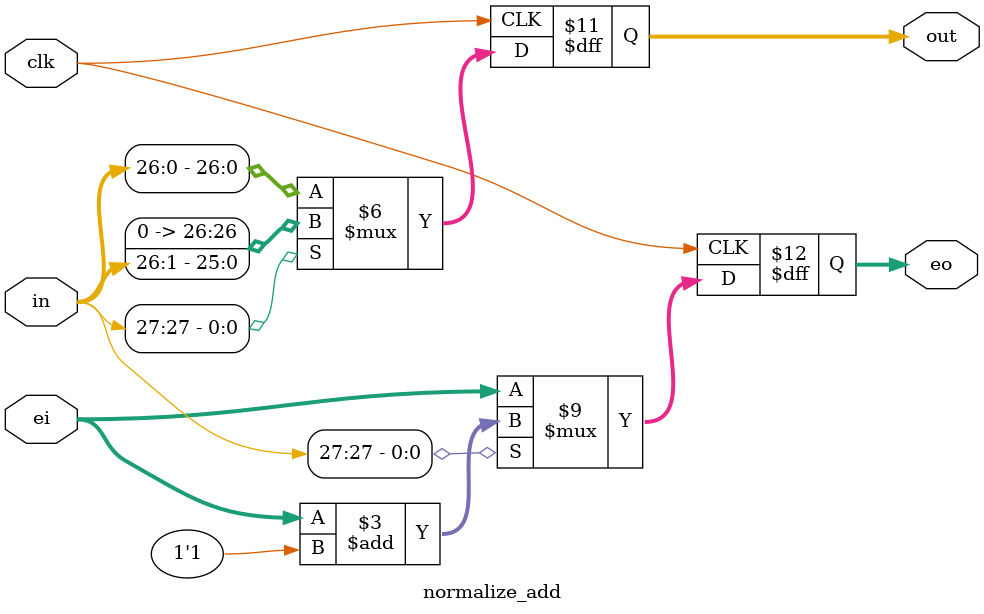
<source format=v>
module normalize_add(
input [27:0]in,
input [7:0] ei,
input clk,
output reg [26:0]out,
output reg[7:0]eo
);

always @(posedge clk) 
begin
if (in[27]==1)	begin
	eo <= ei + 1'b1;
	out <= in[26:0] >> 1;
					end    
else begin
	eo <= ei;
	out <= in[26:0];
	  end
end

endmodule

</source>
